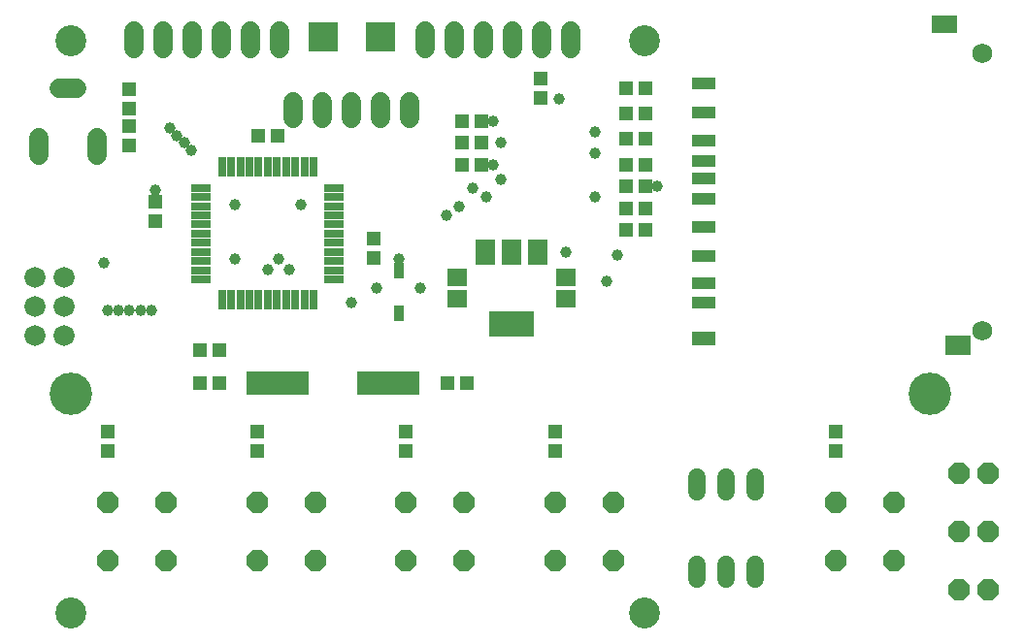
<source format=gts>
G75*
%MOIN*%
%OFA0B0*%
%FSLAX24Y24*%
%IPPOS*%
%LPD*%
%AMOC8*
5,1,8,0,0,1.08239X$1,22.5*
%
%ADD10C,0.1064*%
%ADD11C,0.1458*%
%ADD12R,0.0789X0.0434*%
%ADD13R,0.0867X0.0631*%
%ADD14R,0.0867X0.0681*%
%ADD15R,0.0789X0.0513*%
%ADD16C,0.0690*%
%ADD17OC8,0.0740*%
%ADD18C,0.0674*%
%ADD19R,0.0277X0.0671*%
%ADD20R,0.0671X0.0277*%
%ADD21R,0.2180X0.0840*%
%ADD22R,0.0513X0.0474*%
%ADD23C,0.0720*%
%ADD24C,0.0600*%
%ADD25C,0.0680*%
%ADD26R,0.0670X0.0870*%
%ADD27R,0.1580X0.0870*%
%ADD28R,0.0474X0.0513*%
%ADD29R,0.0356X0.0552*%
%ADD30R,0.0671X0.0592*%
%ADD31R,0.1025X0.1025*%
%ADD32C,0.0390*%
D10*
X002542Y001637D03*
X022227Y001637D03*
X022227Y021322D03*
X002542Y021322D03*
D11*
X002555Y009180D03*
X032055Y009180D03*
D12*
X024286Y012302D03*
X024286Y012971D03*
X024286Y013924D03*
X024286Y014908D03*
X024286Y015893D03*
X024286Y016582D03*
X024286Y017172D03*
X024286Y017861D03*
X024286Y018845D03*
X024286Y019830D03*
D13*
X032554Y021887D03*
D14*
X033007Y010830D03*
D15*
X024286Y011062D03*
D16*
X033853Y011330D03*
X033853Y020881D03*
D17*
X034055Y006430D03*
X033055Y006430D03*
X030805Y005430D03*
X028805Y005430D03*
X028805Y003430D03*
X030805Y003430D03*
X033055Y002430D03*
X034055Y002430D03*
X034055Y004430D03*
X033055Y004430D03*
X021180Y003430D03*
X019180Y003430D03*
X016055Y003430D03*
X014055Y003430D03*
X010930Y003430D03*
X008930Y003430D03*
X008930Y005430D03*
X010930Y005430D03*
X014055Y005430D03*
X016055Y005430D03*
X019180Y005430D03*
X021180Y005430D03*
X005805Y005430D03*
X003805Y005430D03*
X003805Y003430D03*
X005805Y003430D03*
D18*
X010180Y018633D02*
X010180Y019227D01*
X011180Y019227D02*
X011180Y018633D01*
X012180Y018633D02*
X012180Y019227D01*
X013180Y019227D02*
X013180Y018633D01*
X014180Y018633D02*
X014180Y019227D01*
X014704Y021049D02*
X014704Y021642D01*
X015704Y021642D02*
X015704Y021049D01*
X016704Y021049D02*
X016704Y021642D01*
X017704Y021642D02*
X017704Y021049D01*
X018704Y021049D02*
X018704Y021642D01*
X019704Y021642D02*
X019704Y021049D01*
X009704Y021060D02*
X009704Y021654D01*
X008704Y021654D02*
X008704Y021060D01*
X007704Y021060D02*
X007704Y021654D01*
X006704Y021654D02*
X006704Y021060D01*
X005704Y021060D02*
X005704Y021654D01*
X004704Y021654D02*
X004704Y021060D01*
D19*
X007730Y016963D03*
X008045Y016963D03*
X008360Y016963D03*
X008675Y016963D03*
X008990Y016963D03*
X009305Y016963D03*
X009620Y016963D03*
X009935Y016963D03*
X010250Y016963D03*
X010565Y016963D03*
X010880Y016963D03*
X010880Y012397D03*
X010565Y012397D03*
X010250Y012397D03*
X009935Y012397D03*
X009620Y012397D03*
X009305Y012397D03*
X008990Y012397D03*
X008675Y012397D03*
X008360Y012397D03*
X008045Y012397D03*
X007730Y012397D03*
D20*
X007022Y013105D03*
X007022Y013420D03*
X007022Y013735D03*
X007022Y014050D03*
X007022Y014365D03*
X007022Y014680D03*
X007022Y014995D03*
X007022Y015310D03*
X007022Y015625D03*
X007022Y015940D03*
X007022Y016255D03*
X011588Y016255D03*
X011588Y015940D03*
X011588Y015625D03*
X011588Y015310D03*
X011588Y014995D03*
X011588Y014680D03*
X011588Y014365D03*
X011588Y014050D03*
X011588Y013735D03*
X011588Y013420D03*
X011588Y013105D03*
D21*
X013455Y009555D03*
X009655Y009555D03*
D22*
X007640Y009555D03*
X006970Y009555D03*
X015470Y009555D03*
X016140Y009555D03*
X021595Y016305D03*
X022265Y016305D03*
X018680Y019345D03*
X018680Y020015D03*
X009640Y018055D03*
X008970Y018055D03*
X004555Y017720D03*
X004555Y018390D03*
D23*
X002305Y013180D03*
X001305Y013180D03*
X001305Y012180D03*
X002305Y012180D03*
X002305Y011180D03*
X001305Y011180D03*
D24*
X024055Y006315D02*
X024055Y005795D01*
X025055Y005795D02*
X025055Y006315D01*
X026055Y006315D02*
X026055Y005795D01*
X026055Y003315D02*
X026055Y002795D01*
X025055Y002795D02*
X025055Y003315D01*
X024055Y003315D02*
X024055Y002795D01*
D25*
X003430Y017380D02*
X003430Y017980D01*
X001430Y017980D02*
X001430Y017380D01*
X002130Y019680D02*
X002730Y019680D01*
D26*
X016770Y014045D03*
X017670Y014045D03*
X018570Y014045D03*
D27*
X017680Y011565D03*
D28*
X012930Y013845D03*
X012930Y014515D03*
X015970Y017055D03*
X016640Y017055D03*
X016640Y017805D03*
X015970Y017805D03*
X015970Y018555D03*
X016640Y018555D03*
X021595Y018805D03*
X022265Y018805D03*
X022265Y017930D03*
X021595Y017930D03*
X021595Y017055D03*
X022265Y017055D03*
X022265Y015555D03*
X021595Y015555D03*
X021595Y014805D03*
X022265Y014805D03*
X022265Y019680D03*
X021595Y019680D03*
X007640Y010680D03*
X006970Y010680D03*
X008930Y007890D03*
X008930Y007220D03*
X014055Y007220D03*
X014055Y007890D03*
X019180Y007890D03*
X019180Y007220D03*
X028805Y007220D03*
X028805Y007890D03*
X005430Y015095D03*
X005430Y015765D03*
X004555Y018970D03*
X004555Y019640D03*
X003805Y007890D03*
X003805Y007220D03*
D29*
X013805Y011952D03*
X013805Y013408D03*
D30*
X015805Y013179D03*
X015805Y012431D03*
X019555Y012431D03*
X019555Y013179D03*
D31*
X013164Y021430D03*
X011196Y021430D03*
D32*
X005930Y018305D03*
X006180Y018055D03*
X006430Y017805D03*
X006680Y017555D03*
X005430Y016180D03*
X008180Y015680D03*
X010430Y015680D03*
X009680Y013805D03*
X009305Y013430D03*
X010055Y013430D03*
X008180Y013805D03*
X005305Y012055D03*
X004930Y012055D03*
X004555Y012055D03*
X004180Y012055D03*
X003805Y012055D03*
X003680Y013680D03*
X012180Y012305D03*
X013055Y012805D03*
X013805Y013805D03*
X014555Y012805D03*
X015430Y015305D03*
X015875Y015625D03*
X016355Y016255D03*
X016805Y015930D03*
X017305Y016555D03*
X017055Y017055D03*
X017305Y017805D03*
X017055Y018555D03*
X019305Y019305D03*
X020555Y018180D03*
X020555Y017430D03*
X022680Y016305D03*
X020555Y015930D03*
X019555Y014055D03*
X020930Y013055D03*
X021305Y013930D03*
M02*

</source>
